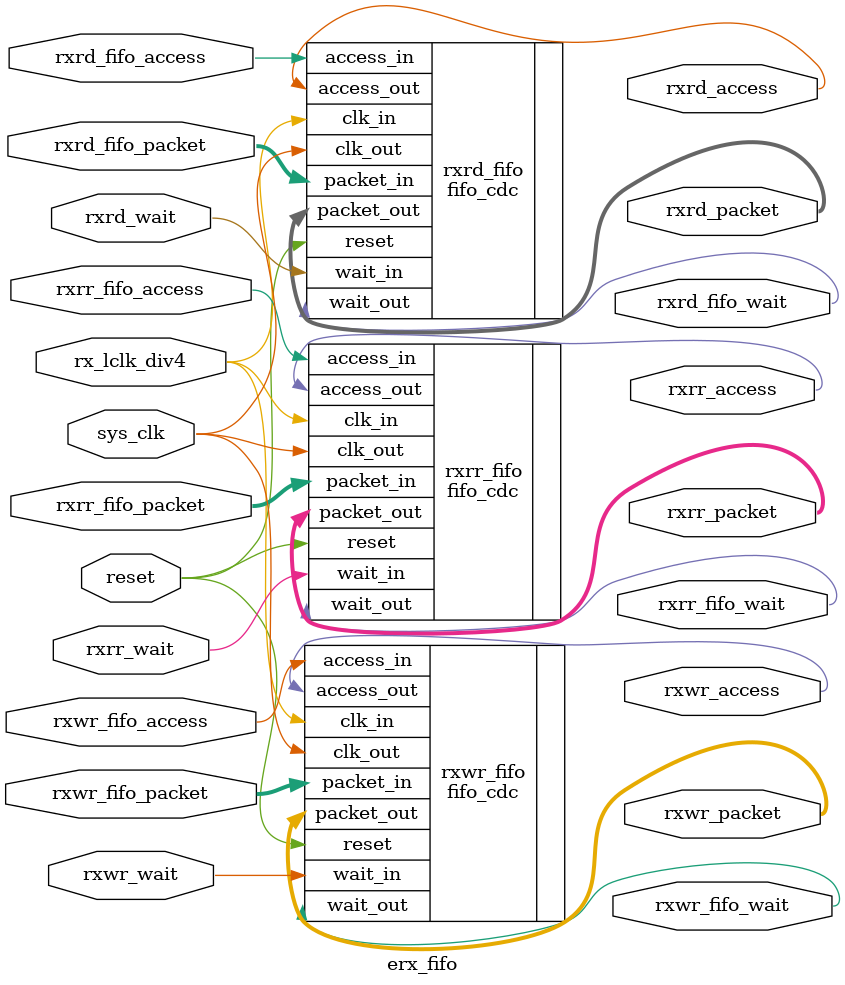
<source format=v>
module erx_fifo (/*AUTOARG*/
   // Outputs
   rxwr_access, rxwr_packet, rxrd_access, rxrd_packet, rxrr_access,
   rxrr_packet, rxrd_fifo_wait, rxrr_fifo_wait, rxwr_fifo_wait,
   // Inputs
   reset, rx_lclk_div4, sys_clk, rxwr_wait, rxrd_wait, rxrr_wait,
   rxrd_fifo_access, rxrd_fifo_packet, rxrr_fifo_access,
   rxrr_fifo_packet, rxwr_fifo_access, rxwr_fifo_packet
   );

   parameter AW      = 32;
   parameter DW      = 32;
   parameter PW      = 104;
   parameter RFAW    = 6;
   parameter ID      = 12'h800;

   //reset & clocks
   input           reset;
   input 	   rx_lclk_div4;
   input 	   sys_clk;

   //WR to AXI master
   output 	   rxwr_access;		
   output [PW-1:0] rxwr_packet;
   input 	   rxwr_wait;

   //RD to AXI master
   output 	   rxrd_access;		
   output [PW-1:0] rxrd_packet;
   input 	   rxrd_wait;

   //RR to AXI slave
   output 	   rxrr_access;		
   output [PW-1:0] rxrr_packet;
   input 	   rxrr_wait;

   //RD from IO
   input 	   rxrd_fifo_access;	// To rxrd_fifo of fifo_cdc.v
   input [PW-1:0]  rxrd_fifo_packet;	// To rxrd_fifo of fifo_cdc.v
   output 	   rxrd_fifo_wait;		// From rxrd_fifo of fifo_cdc.v

   //RR from IO
   input 	   rxrr_fifo_access;	// To rxrr_fifo of fifo_cdc.v
   input [PW-1:0]  rxrr_fifo_packet;	// To rxrr_fifo of fifo_cdc.v
   output 	   rxrr_fifo_wait;		// From rxrr_fifo of fifo_cdc.v
   
   //WR from IO
   input 	   rxwr_fifo_access;	// To rxwr_fifo of fifo_cdc.v
   input [PW-1:0]  rxwr_fifo_packet;	// To rxwr_fifo of fifo_cdc.v
   output 	   rxwr_fifo_wait;	// From rxwr_fifo of fifo_cdc.v

   /*AUTOOUTPUT*/
   /*AUTOINPUT*/

   /*AUTOWIRE*/


   /************************************************************/
   /*FIFOs                                                     */
   /*(for AXI 1. read request, 2. write, and 3. read response) */
   /************************************************************/

   /*fifo_cdc   AUTO_TEMPLATE ( 
 			       // Outputs
			       .packet_out (@"(substring vl-cell-name  0 4)"_packet[PW-1:0]),
    			       .access_out (@"(substring vl-cell-name  0 4)"_access),
                               .wait_out   (@"(substring vl-cell-name  0 4)"_fifo_wait),
    			       // Inputs
			       .clk_out	   (sys_clk),
                               .clk_in	   (rx_lclk_div4),
                               .access_in  (@"(substring vl-cell-name  0 4)"_fifo_access),
                               .wait_in    (@"(substring vl-cell-name  0 4)"_wait),
			       .reset	   (reset),
                               .packet_in  (@"(substring vl-cell-name  0 4)"_fifo_packet[PW-1:0]),
    );
   */

      
   //Read request fifo (from Epiphany)
   fifo_cdc #(.WIDTH(104), .DEPTH(16)) 
   rxrd_fifo   (
		/*AUTOINST*/
		// Outputs
		.wait_out		(rxrd_fifo_wait),	 // Templated
		.access_out		(rxrd_access),		 // Templated
		.packet_out		(rxrd_packet[PW-1:0]),	 // Templated
		// Inputs
		.clk_in			(rx_lclk_div4),		 // Templated
		.clk_out		(sys_clk),		 // Templated
		.reset			(reset),		 // Templated
		.access_in		(rxrd_fifo_access),	 // Templated
		.packet_in		(rxrd_fifo_packet[PW-1:0]), // Templated
		.wait_in		(rxrd_wait));		 // Templated

 

   //Write fifo (from Epiphany)
   fifo_cdc #(.WIDTH(104), .DEPTH(16)) 
   rxwr_fifo(
	     /*AUTOINST*/
	     // Outputs
	     .wait_out			(rxwr_fifo_wait),	 // Templated
	     .access_out		(rxwr_access),		 // Templated
	     .packet_out		(rxwr_packet[PW-1:0]),	 // Templated
	     // Inputs
	     .clk_in			(rx_lclk_div4),		 // Templated
	     .clk_out			(sys_clk),		 // Templated
	     .reset			(reset),		 // Templated
	     .access_in			(rxwr_fifo_access),	 // Templated
	     .packet_in			(rxwr_fifo_packet[PW-1:0]), // Templated
	     .wait_in			(rxwr_wait));		 // Templated
   
 

   //Read response fifo (for host)
   fifo_cdc #(.WIDTH(104), .DEPTH(16))  
   rxrr_fifo(
	     /*AUTOINST*/
	     // Outputs
	     .wait_out			(rxrr_fifo_wait),	 // Templated
	     .access_out		(rxrr_access),		 // Templated
	     .packet_out		(rxrr_packet[PW-1:0]),	 // Templated
	     // Inputs
	     .clk_in			(rx_lclk_div4),		 // Templated
	     .clk_out			(sys_clk),		 // Templated
	     .reset			(reset),		 // Templated
	     .access_in			(rxrr_fifo_access),	 // Templated
	     .packet_in			(rxrr_fifo_packet[PW-1:0]), // Templated
	     .wait_in			(rxrr_wait));		 // Templated
           
endmodule // erx
// Local Variables:
// verilog-library-directories:("." "../../emmu/hdl" "../../edma/hdl" "../../memory/hdl" "../../emailbox/hdl")
// End:

/*
 Copyright (C) 2014 Adapteva, Inc.
  
 Contributed by Andreas Olofsson <andreas@adapteva.com>

 This program is free software: you can redistribute it and/or modify
 it under the terms of the GNU General Public License as published by
 the Free Software Foundation, either version 3 of the License, or
 (at your option) any later version.This program is distributed in the hope 
 that it will be useful,but WITHOUT ANY WARRANTY; without even the implied 
 warranty of MERCHANTABILITY or FITNESS FOR A PARTICULAR PURPOSE.  See the
 GNU General Public License for more details. You should have received a copy 
 of the GNU General Public License along with this program (see the file 
 COPYING).  If not, see <http://www.gnu.org/licenses/>.
 */


</source>
